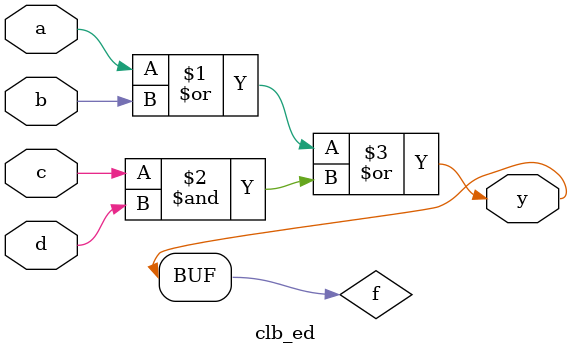
<source format=v>
module clb_ed(
	input a,
	input b,
	input c,
	input d,
	output y
);

	wire f;
	
	assign f = a | b | c & d;
	assign y = f;
	
endmodule

</source>
